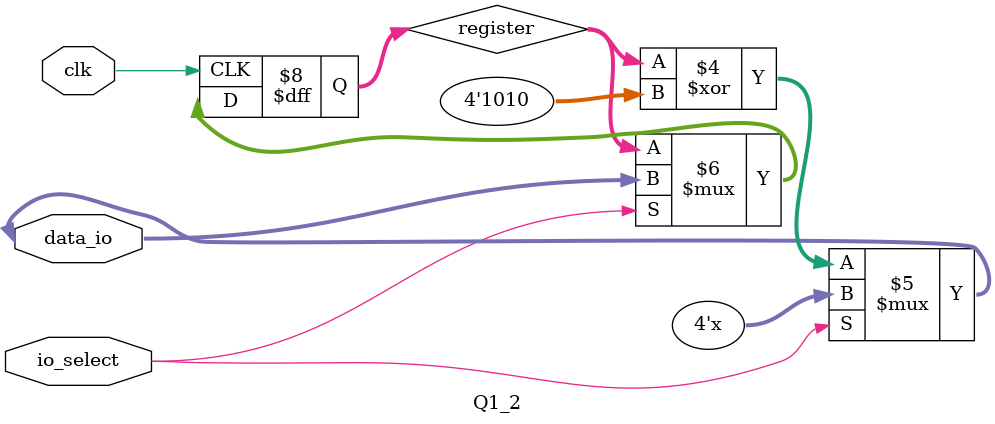
<source format=v>
`timescale 1ns / 1ps
module Q1_2(
    inout [3:0] data_io,
    input clk,
    input io_select
    );
    reg [3:0] register;
	 always @(posedge clk) begin 
	     if( io_select==1) register<= data_io; 

	 end
	 assign data_io= ( io_select==0 ) ? (register ^ 4'b1010) : 4'bzzzz;
	 

endmodule

</source>
